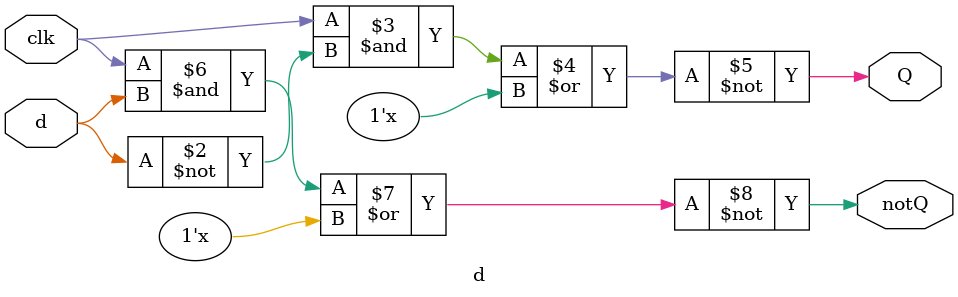
<source format=v>
`timescale 1ns / 1ps

module d(
    input d, clk,
    output reg Q, notQ
    );
    always @(*) begin
        Q <= ~((clk & ~d) | notQ);
        notQ <= ~((clk & d) | Q);
    end
endmodule
</source>
